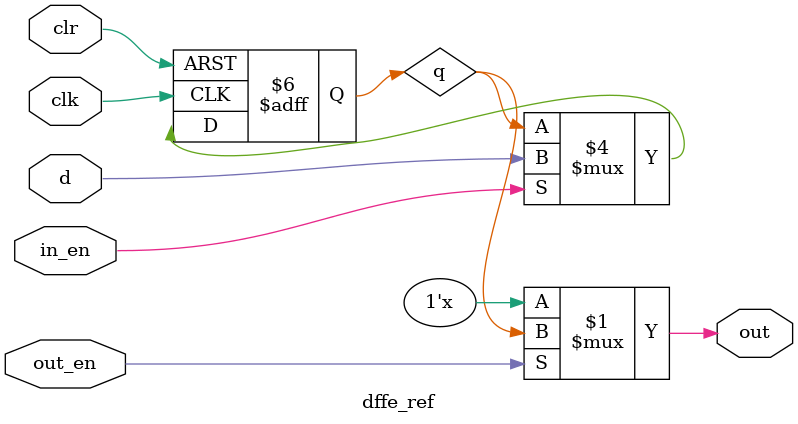
<source format=v>
module dffe_ref (out,d,clk,in_en,out_en,clr);
   
   //Inputs
   input d, clk, in_en, out_en, clr;
   
   //Output
   output out;
   //tri-state buffer. two outs, one for each read port;
   assign out = out_en ? q:1'bz;

   //Register
   reg q;

   //Intialize q to 0
   initial
   begin
       q = 1'b0;
   end

   //Set value of q on positive edge of the clock or clear
   always @(posedge clk or posedge clr) begin
       //If clear is high, set q to 0
       if (clr) begin
           q <= 1'b0;
       //If enable is high, set q to the value of d
       end else if (in_en) begin
           q <= d;
       end
   end
endmodule
</source>
